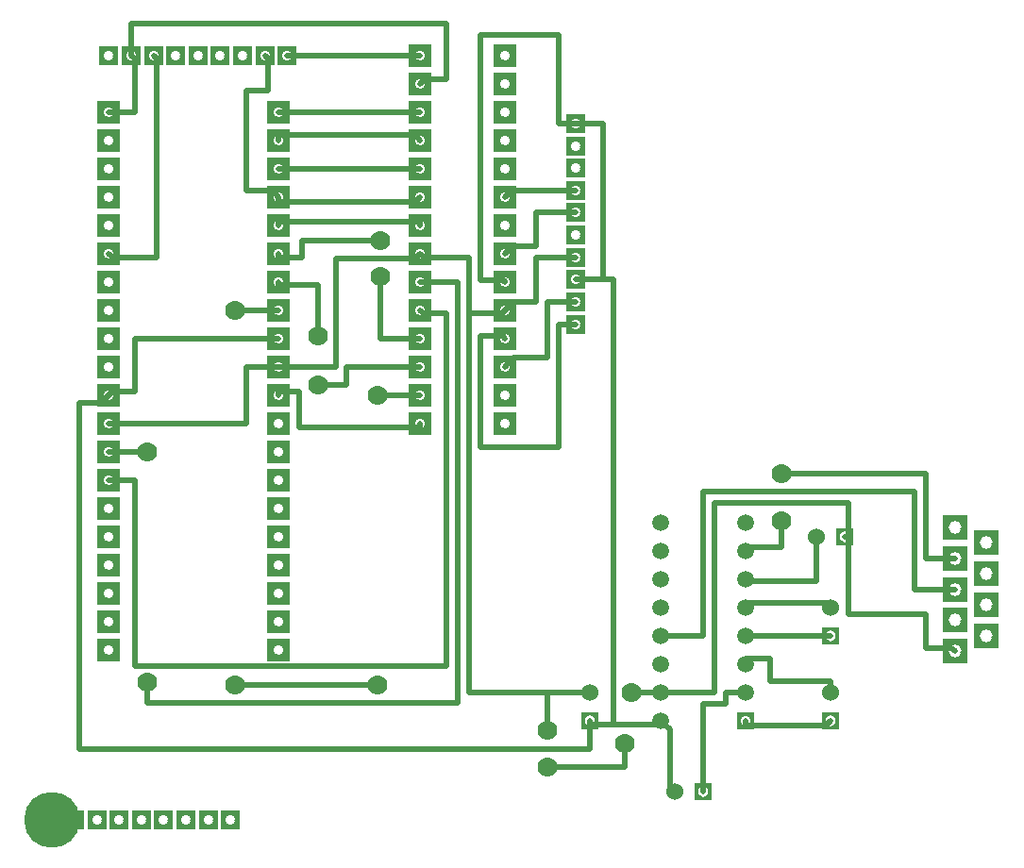
<source format=gbr>
G04 DipTrace 1.21*
%INpttest.gbr*%
%MOIN*%
%ADD10C,0.0197*%
%ADD11C,0.0098*%
%ADD12R,0.0906X0.0906X0.046*%
%ADD13R,0.0591X0.0591X0.0354*%
%ADD14C,0.0591*%
%ADD15R,0.06X0.06X0.038*%
%ADD16C,0.06*%
%ADD17R,0.08X0.08X0.035*%
%ADD18R,0.0689X0.0689X0.035*%
%ADD19C,0.1969*%
%ADD20C,0.07*%
%ADD21R,0.0039X0.0039*%
%FSLAX44Y44*%
%SFA1B1*%
%OFA0B0*%
G04*
G70*
G90*
G75*
G01*
%LNDraw0*%
X28500Y5295D2*
D10*
X28311Y5106D1*
X25500D1*
Y5295D1*
X28500Y6295D2*
Y6681D1*
X26352D1*
Y7469D1*
X25500D1*
Y7295D1*
X28500Y8295D2*
X25500D1*
X28500Y9295D2*
X28358Y9437D1*
X25500D1*
Y9295D1*
X28000Y11795D2*
Y10224D1*
X25571D1*
X25500Y10295D1*
Y11295D2*
X25610Y11406D1*
X26745D1*
Y12335D1*
Y14019D2*
X31864D1*
Y11015D1*
X32880D1*
X22500Y8295D2*
X23990D1*
Y13374D1*
X31470D1*
Y9925D1*
X32880D1*
X24000Y2795D2*
Y5894D1*
X24777D1*
Y6295D1*
X25500D1*
X14000Y26795D2*
X9000D1*
X14000Y25795D2*
X13823Y25972D1*
X9000D1*
Y25795D1*
X14000Y24795D2*
X9000D1*
X14000Y22795D2*
Y22898D1*
X9000D1*
Y22795D1*
X14000Y23795D2*
X13815Y23610D1*
X9000D1*
Y23795D1*
X8512Y28795D2*
X8635Y28672D1*
Y27547D1*
X7848D1*
Y24004D1*
X8791D1*
X9000Y23795D1*
X3787Y28795D2*
X3911Y28672D1*
Y26795D1*
X3000D1*
X14000Y27795D2*
X14146Y27941D1*
X14934D1*
Y29909D1*
X3787D1*
Y28795D1*
X14000Y18795D2*
X12572D1*
Y20979D1*
Y22261D2*
X9816D1*
Y21642D1*
X9000D1*
Y21795D1*
X14000Y17795D2*
X11391D1*
Y17145D1*
X10404D1*
Y18886D2*
Y20680D1*
X9000D1*
Y20795D1*
X14000Y16795D2*
X12500D1*
Y6554D2*
X7454D1*
Y19795D2*
X9000D1*
X14000Y15795D2*
Y15644D1*
X9733D1*
Y16917D1*
X9000D1*
Y16795D1*
X19500Y23232D2*
X18084D1*
Y22051D1*
X17256D1*
X17000Y21795D1*
X29000Y11795D2*
X29108D1*
Y9043D1*
X31864D1*
Y7862D1*
X32763D1*
X32880Y7745D1*
X22500Y6295D2*
X24383D1*
Y12980D1*
X29108D1*
Y11795D1*
X29000D1*
X20000Y6295D2*
X18478D1*
Y4938D1*
Y3648D2*
X21234D1*
Y4487D1*
X21459Y6295D2*
X22500D1*
X17000Y19795D2*
X16878Y19673D1*
X15722D1*
Y6287D1*
X18478D1*
Y4938D1*
X19500Y21657D2*
X18084D1*
Y20067D1*
X17272D1*
X17000Y19795D1*
X14000Y21795D2*
X14154Y21642D1*
X15722D1*
Y6287D1*
X9000Y17795D2*
X11023D1*
Y21625D1*
X13829D1*
X14000Y21795D1*
X3000Y15795D2*
X7848D1*
Y17795D1*
X9000D1*
X4575Y28795D2*
X4698Y28672D1*
Y21642D1*
X3154D1*
X3000Y21795D1*
X9299Y28795D2*
X14000D1*
Y20795D2*
X15328D1*
Y5909D1*
X4367D1*
Y6653D1*
Y14795D2*
X3000D1*
X14000Y19795D2*
X14122Y19673D1*
X14934D1*
Y7199D1*
X3911D1*
Y13795D1*
X3000D1*
X23000Y2795D2*
X22808Y2987D1*
Y4987D1*
X22500Y5295D1*
X20000D2*
Y5132D1*
X22500D1*
Y5295D1*
X19500Y20870D2*
X20814D1*
Y5132D1*
X22500D1*
X19500Y26382D2*
X20446D1*
Y20870D1*
X20814D1*
X17000Y20795D2*
X16941Y20854D1*
X16115D1*
Y29516D1*
X18871D1*
Y26382D1*
X19500D1*
X3000Y16795D2*
X2728Y16524D1*
X1942D1*
Y4293D1*
X20000D1*
Y5295D1*
X9000Y18795D2*
X3911D1*
Y16917D1*
X3122D1*
X3000Y16795D1*
X19500Y19295D2*
X18871D1*
Y14949D1*
X16115D1*
Y18886D1*
X16909D1*
X17000Y18795D1*
X19500Y20083D2*
X18478D1*
Y18098D1*
X17303D1*
X17000Y17795D1*
X19500Y24020D2*
X17224D1*
X17000Y23795D1*
D20*
X26745Y12335D3*
Y14019D3*
X12572Y20979D3*
Y22261D3*
X10404Y17145D3*
Y18886D3*
X12500Y16795D3*
Y6554D3*
X7454D3*
Y19795D3*
X18478Y4938D3*
Y3648D3*
X21234Y4487D3*
X21459Y6295D3*
X4367Y6653D3*
Y14795D3*
D12*
X34000Y8295D3*
Y9385D3*
Y10475D3*
Y11565D3*
X32880Y7745D3*
Y8835D3*
Y9925D3*
Y11015D3*
Y12105D3*
D13*
X25500Y5295D3*
D14*
Y6295D3*
Y7295D3*
Y8295D3*
Y9295D3*
Y10295D3*
Y11295D3*
Y12295D3*
X22500Y5295D3*
Y6295D3*
Y7295D3*
Y8295D3*
Y9295D3*
Y10295D3*
Y11295D3*
Y12295D3*
D15*
X28500Y5295D3*
D16*
Y6295D3*
D15*
Y8295D3*
D16*
Y9295D3*
D15*
X29000Y11795D3*
D16*
X28000D3*
D15*
X24000Y2795D3*
D16*
X23000D3*
D15*
X20000Y5295D3*
D16*
Y6295D3*
D17*
X3000Y26795D3*
Y25795D3*
Y24795D3*
Y23795D3*
Y22795D3*
Y21795D3*
Y20795D3*
Y19795D3*
Y18795D3*
Y17795D3*
Y16795D3*
Y15795D3*
Y14795D3*
Y13795D3*
Y12795D3*
Y11795D3*
Y10795D3*
Y9795D3*
Y8795D3*
Y7795D3*
X9000Y26795D3*
Y25795D3*
Y24795D3*
Y23795D3*
Y22795D3*
Y21795D3*
Y20795D3*
Y19795D3*
Y18795D3*
Y17795D3*
Y16795D3*
Y15795D3*
Y14795D3*
Y13795D3*
Y12795D3*
Y11795D3*
Y10795D3*
Y9795D3*
Y8795D3*
Y7795D3*
X14000Y28795D3*
Y27795D3*
Y26795D3*
Y25795D3*
Y24795D3*
Y23795D3*
Y22795D3*
Y21795D3*
Y20795D3*
Y19795D3*
Y18795D3*
Y17795D3*
Y16795D3*
Y15795D3*
X17000D3*
Y16795D3*
Y17795D3*
Y18795D3*
Y19795D3*
Y20795D3*
Y21795D3*
Y22795D3*
Y23795D3*
Y24795D3*
Y25795D3*
Y26795D3*
Y27795D3*
Y28795D3*
D18*
X3000D3*
X3787D3*
X4575D3*
X5362D3*
X6150D3*
X6937D3*
X7724D3*
X8512D3*
X9299D3*
X19500Y19295D3*
Y20083D3*
Y20870D3*
Y21657D3*
Y22445D3*
Y23232D3*
Y24020D3*
Y24807D3*
Y25594D3*
Y26382D3*
D19*
X1000Y1795D3*
D18*
X1787D3*
X2575D3*
X3362D3*
X4150D3*
X4937D3*
X5724D3*
X6512D3*
X7299D3*
M02*

</source>
